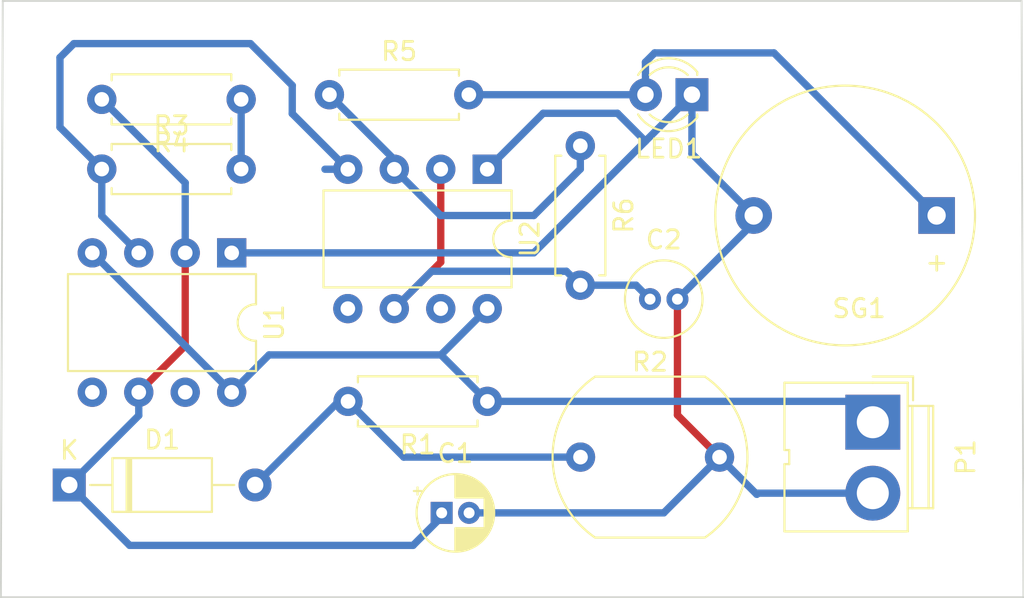
<source format=kicad_pcb>
(kicad_pcb (version 20211014) (generator pcbnew)
  (layers (0 "F.Cu" signal) (31 "B.Cu" signal) (34 "B.Paste" user) (35 "F.Paste" user) (36 "B.SilkS" user "B.Silkscreen") (37 "F.SilkS" user "F.Silkscreen") (38 "B.Mask" user) (39 "F.Mask" user) (44 "Edge.Cuts" user))
  (net 0 "")
  (net 1 "Net-(C1-Pad1)")
  (net 2 "GNDREF")
  (net 3 "Net-(C2-Pad1)")
  (net 4 "Net-(D1-Pad2)")
  (net 5 "Net-(LED1-Pad2)")
  (net 6 "+9V")
  (net 7 "Net-(R3-Pad1)")
  (net 8 "Net-(R3-Pad2)")
  (net 9 "Net-(R5-Pad1)")
  (footprint "Diode_THT:D_A-405_P10.16mm_Horizontal" (layer "F.Cu") (at 135.636 105.664)
    (fp_text reference "D1" (at 5.08 -2.47) (layer "F.SilkS"))
    (fp_text value "1N4007")
    (fp_text user "K" (at 0 -1.9) (layer "F.SilkS"))
    (fp_line (start 9.02 0) (end 7.8 0) (layer "F.SilkS") (width 0.12))
    (fp_line (start 7.8 -1.47) (end 2.36 -1.47) (layer "F.SilkS") (width 0.12))
    (fp_line (start 3.38 -1.47) (end 3.38 1.47) (layer "F.SilkS") (width 0.12))
    (fp_line (start 3.26 -1.47) (end 3.26 1.47) (layer "F.SilkS") (width 0.12))
    (fp_line (start 2.36 -1.47) (end 2.36 1.47) (layer "F.SilkS") (width 0.12))
    (fp_line (start 1.14 0) (end 2.36 0) (layer "F.SilkS") (width 0.12))
    (fp_line (start 2.36 1.47) (end 7.8 1.47) (layer "F.SilkS") (width 0.12))
    (fp_line (start 3.14 -1.47) (end 3.14 1.47) (layer "F.SilkS") (width 0.12))
    (fp_line (start 7.8 1.47) (end 7.8 -1.47) (layer "F.SilkS") (width 0.12))
    (pad "1" thru_hole rect locked (at 0 0) (size 1.8 1.8) (drill 0.9) (layers *.Cu *.Mask) (net 1 "Net-(C1-Pad1)"))
    (pad "2" thru_hole oval locked (at 10.16 0) (size 1.8 1.8) (drill 0.9) (layers *.Cu *.Mask) (net 4 "Net-(D1-Pad2)"))
  )
  (footprint "Resistor_THT:R_Axial_DIN0207_L6.3mm_D2.5mm_P7.62mm_Horizontal" (layer "F.Cu") (at 158.496 101.092 180)
    (fp_text reference "R1" (at 3.81 -2.37) (layer "F.SilkS"))
    (fp_text value "10K")
    (fp_line (start 0.54 1.04) (end 0.54 1.37) (layer "F.SilkS") (width 0.12))
    (fp_line (start 7.08 1.37) (end 7.08 1.04) (layer "F.SilkS") (width 0.12))
    (fp_line (start 0.54 -1.04) (end 0.54 -1.37) (layer "F.SilkS") (width 0.12))
    (fp_line (start 0.54 1.37) (end 7.08 1.37) (layer "F.SilkS") (width 0.12))
    (fp_line (start 7.08 -1.37) (end 7.08 -1.04) (layer "F.SilkS") (width 0.12))
    (fp_line (start 0.54 -1.37) (end 7.08 -1.37) (layer "F.SilkS") (width 0.12))
    (pad "1" thru_hole circle locked (at 0 0 180) (size 1.6 1.6) (drill 0.8) (layers *.Cu *.Mask) (net 6 "+9V"))
    (pad "2" thru_hole oval locked (at 7.62 0 180) (size 1.6 1.6) (drill 0.8) (layers *.Cu *.Mask) (net 4 "Net-(D1-Pad2)"))
  )
  (footprint "Package_DIP:DIP-8_W7.62mm" (layer "F.Cu") (at 158.486 88.402 -90)
    (fp_text reference "U2" (at 3.81 -2.33 90) (layer "F.SilkS"))
    (fp_text value "NE555P")
    (fp_line (start 6.46 8.95) (end 6.46 -1.33) (layer "F.SilkS") (width 0.12))
    (fp_line (start 1.16 -1.33) (end 1.16 8.95) (layer "F.SilkS") (width 0.12))
    (fp_line (start 6.46 -1.33) (end 4.81 -1.33) (layer "F.SilkS") (width 0.12))
    (fp_line (start 2.81 -1.33) (end 1.16 -1.33) (layer "F.SilkS") (width 0.12))
    (fp_line (start 1.16 8.95) (end 6.46 8.95) (layer "F.SilkS") (width 0.12))
    (fp_arc (start 4.81 -1.33) (mid 3.81 -0.33) (end 2.81 -1.33) (layer "F.SilkS") (width 0.12))
    (pad "1" thru_hole rect locked (at 0 0 270) (size 1.6 1.6) (drill 0.8) (layers *.Cu *.Mask) (net 2 "GNDREF"))
    (pad "2" thru_hole oval locked (at 0 2.54 270) (size 1.6 1.6) (drill 0.8) (layers *.Cu *.Mask) (net 3 "Net-(C2-Pad1)"))
    (pad "3" thru_hole oval locked (at 0 5.08 270) (size 1.6 1.6) (drill 0.8) (layers *.Cu *.Mask) (net 9 "Net-(R5-Pad1)"))
    (pad "4" thru_hole oval locked (at 0 7.62 270) (size 1.6 1.6) (drill 0.8) (layers *.Cu *.Mask) (net 7 "Net-(R3-Pad1)"))
    (pad "5" thru_hole oval locked (at 7.62 7.62 270) (size 1.6 1.6) (drill 0.8) (layers *.Cu *.Mask))
    (pad "6" thru_hole oval locked (at 7.62 5.08 270) (size 1.6 1.6) (drill 0.8) (layers *.Cu *.Mask) (net 3 "Net-(C2-Pad1)"))
    (pad "7" thru_hole oval locked (at 7.62 2.54 270) (size 1.6 1.6) (drill 0.8) (layers *.Cu *.Mask))
    (pad "8" thru_hole oval locked (at 7.62 0 270) (size 1.6 1.6) (drill 0.8) (layers *.Cu *.Mask) (net 6 "+9V"))
  )
  (footprint "Resistor_THT:R_Axial_DIN0207_L6.3mm_D2.5mm_P7.62mm_Horizontal" (layer "F.Cu") (at 145.034 84.582 180)
    (fp_text reference "R4" (at 3.81 -2.37) (layer "F.SilkS"))
    (fp_text value "470K")
    (fp_line (start 0.54 -1.37) (end 7.08 -1.37) (layer "F.SilkS") (width 0.12))
    (fp_line (start 7.08 -1.37) (end 7.08 -1.04) (layer "F.SilkS") (width 0.12))
    (fp_line (start 0.54 1.04) (end 0.54 1.37) (layer "F.SilkS") (width 0.12))
    (fp_line (start 0.54 1.37) (end 7.08 1.37) (layer "F.SilkS") (width 0.12))
    (fp_line (start 0.54 -1.04) (end 0.54 -1.37) (layer "F.SilkS") (width 0.12))
    (fp_line (start 7.08 1.37) (end 7.08 1.04) (layer "F.SilkS") (width 0.12))
    (pad "1" thru_hole circle locked (at 0 0 180) (size 1.6 1.6) (drill 0.8) (layers *.Cu *.Mask) (net 8 "Net-(R3-Pad2)"))
    (pad "2" thru_hole oval locked (at 7.62 0 180) (size 1.6 1.6) (drill 0.8) (layers *.Cu *.Mask) (net 1 "Net-(C1-Pad1)"))
  )
  (footprint "Resistor_THT:R_Axial_DIN0207_L6.3mm_D2.5mm_P7.62mm_Horizontal" (layer "F.Cu") (at 149.86 84.328)
    (fp_text reference "R5" (at 3.81 -2.37) (layer "F.SilkS"))
    (fp_text value "100")
    (fp_line (start 7.08 1.37) (end 7.08 1.04) (layer "F.SilkS") (width 0.12))
    (fp_line (start 7.08 -1.37) (end 7.08 -1.04) (layer "F.SilkS") (width 0.12))
    (fp_line (start 0.54 -1.37) (end 7.08 -1.37) (layer "F.SilkS") (width 0.12))
    (fp_line (start 0.54 -1.04) (end 0.54 -1.37) (layer "F.SilkS") (width 0.12))
    (fp_line (start 0.54 1.37) (end 7.08 1.37) (layer "F.SilkS") (width 0.12))
    (fp_line (start 0.54 1.04) (end 0.54 1.37) (layer "F.SilkS") (width 0.12))
    (pad "1" thru_hole circle locked (at 0 0) (size 1.6 1.6) (drill 0.8) (layers *.Cu *.Mask) (net 9 "Net-(R5-Pad1)"))
    (pad "2" thru_hole oval locked (at 7.62 0) (size 1.6 1.6) (drill 0.8) (layers *.Cu *.Mask) (net 5 "Net-(LED1-Pad2)"))
  )
  (footprint "Buzzer_Beeper:Buzzer_D14mm_H7mm_P10mm" (layer "F.Cu") (at 183.054 90.932 180)
    (fp_text reference "SG1" (at 4.238 -5.08) (layer "F.SilkS"))
    (fp_text value "Buzzer")
    (fp_text user "+" (at -0.01 -2.54) (layer "F.SilkS"))
    (fp_circle (center 5 0) (end 12.1 0) (layer "F.SilkS") (width 0.12) (fill none))
    (pad "1" thru_hole rect locked (at 0 0 180) (size 2 2) (drill 1) (layers *.Cu *.Mask) (net 5 "Net-(LED1-Pad2)"))
    (pad "2" thru_hole circle locked (at 10 0 180) (size 2 2) (drill 1) (layers *.Cu *.Mask) (net 2 "GNDREF"))
  )
  (footprint "Capacitor_THT:CP_Radial_D4.0mm_P1.50mm" (layer "F.Cu") (at 155.995401 107.188)
    (fp_text reference "C1" (at 0.75 -3.25) (layer "F.SilkS"))
    (fp_text value "47uf")
    (fp_line (start 2.511 -1.142) (end 2.511 1.142) (layer "F.SilkS") (width 0.12))
    (fp_line (start 2.271 -1.438) (end 2.271 -0.84) (layer "F.SilkS") (width 0.12))
    (fp_line (start 2.671 -0.859) (end 2.671 0.859) (layer "F.SilkS") (width 0.12))
    (fp_line (start 0.87 0.84) (end 0.87 2.077) (layer "F.SilkS") (width 0.12))
    (fp_line (start 0.91 0.84) (end 0.91 2.074) (layer "F.SilkS") (width 0.12))
    (fp_line (start 1.951 -1.708) (end 1.951 -0.84) (layer "F.SilkS") (width 0.12))
    (fp_line (start 1.471 0.84) (end 1.471 1.954) (layer "F.SilkS") (width 0.12))
    (fp_line (start 0.95 0.84) (end 0.95 2.071) (layer "F.SilkS") (width 0.12))
    (fp_line (start 0.87 -2.077) (end 0.87 -0.84) (layer "F.SilkS") (width 0.12))
    (fp_line (start 0.91 -2.074) (end 0.91 -0.84) (layer "F.SilkS") (width 0.12))
    (fp_line (start 1.07 -2.056) (end 1.07 -0.84) (layer "F.SilkS") (width 0.12))
    (fp_line (start 2.711 -0.768) (end 2.711 0.768) (layer "F.SilkS") (width 0.12))
    (fp_line (start 0.79 -2.08) (end 0.79 -0.84) (layer "F.SilkS") (width 0.12))
    (fp_line (start 0.99 -2.067) (end 0.99 -0.84) (layer "F.SilkS") (width 0.12))
    (fp_line (start 2.071 -1.619) (end 2.071 -0.84) (layer "F.SilkS") (width 0.12))
    (fp_line (start 0.75 0.84) (end 0.75 2.08) (layer "F.SilkS") (width 0.12))
    (fp_line (start 2.831 -0.37) (end 2.831 0.37) (layer "F.SilkS") (width 0.12))
    (fp_line (start 1.831 -1.785) (end 1.831 -0.84) (layer "F.SilkS") (width 0.12))
    (fp_line (start 2.311 0.84) (end 2.311 1.396) (layer "F.SilkS") (width 0.12))
    (fp_line (start 2.471 -1.2) (end 2.471 1.2) (layer "F.SilkS") (width 0.12))
    (fp_line (start 1.03 -2.062) (end 1.03 -0.84) (layer "F.SilkS") (width 0.12))
    (fp_line (start 1.471 -1.954) (end 1.471 -0.84) (layer "F.SilkS") (width 0.12))
    (fp_line (start 2.791 -0.537) (end 2.791 0.537) (layer "F.SilkS") (width 0.12))
    (fp_line (start 1.35 0.84) (end 1.35 1.994) (layer "F.SilkS") (width 0.12))
    (fp_line (start 2.151 -1.552) (end 2.151 -0.84) (layer "F.SilkS") (width 0.12))
    (fp_line (start 2.591 -1.013) (end 2.591 1.013) (layer "F.SilkS") (width 0.12))
    (fp_line (start 2.031 0.84) (end 2.031 1.65) (layer "F.SilkS") (width 0.12))
    (fp_line (start 1.11 0.84) (end 1.11 2.05) (layer "F.SilkS") (width 0.12))
    (fp_line (start 1.27 0.84) (end 1.27 2.016) (layer "F.SilkS") (width 0.12))
    (fp_line (start 1.15 0.84) (end 1.15 2.042) (layer "F.SilkS") (width 0.12))
    (fp_line (start 1.871 -1.76) (end 1.871 -0.84) (layer "F.SilkS") (width 0.12))
    (fp_line (start 1.27 -2.016) (end 1.27 -0.84) (layer "F.SilkS") (width 0.12))
    (fp_line (start 1.39 -1.982) (end 1.39 -0.84) (layer "F.SilkS") (width 0.12))
    (fp_line (start 1.35 -1.994) (end 1.35 -0.84) (layer "F.SilkS") (width 0.12))
    (fp_line (start 1.711 0.84) (end 1.711 1.851) (layer "F.SilkS") (width 0.12))
    (fp_line (start 1.19 -2.034) (end 1.19 -0.84) (layer "F.SilkS") (width 0.12))
    (fp_line (start 0.99 0.84) (end 0.99 2.067) (layer "F.SilkS") (width 0.12))
    (fp_line (start 1.23 -2.025) (end 1.23 -0.84) (layer "F.SilkS") (width 0.12))
    (fp_line (start 0.83 -2.079) (end 0.83 -0.84) (layer "F.SilkS") (width 0.12))
    (fp_line (start 1.551 -1.924) (end 1.551 -0.84) (layer "F.SilkS") (width 0.12))
    (fp_line (start 1.23 0.84) (end 1.23 2.025) (layer "F.SilkS") (width 0.12))
    (fp_line (start 1.991 0.84) (end 1.991 1.68) (layer "F.SilkS") (width 0.12))
    (fp_line (start 1.591 0.84) (end 1.591 1.907) (layer "F.SilkS") (width 0.12))
    (fp_line (start 2.351 -1.351) (end 2.351 1.351) (layer "F.SilkS") (width 0.12))
    (fp_line (start -1.319801 -1.395) (end -1.319801 -0.995) (layer "F.SilkS") (width 0.12))
    (fp_line (start 1.951 0.84) (end 1.951 1.708) (layer "F.SilkS") (width 0.12))
    (fp_line (start 1.511 -1.94) (end 1.511 -0.84) (layer "F.SilkS") (width 0.12))
    (fp_line (start 2.231 0.84) (end 2.231 1.478) (layer "F.SilkS") (width 0.12))
    (fp_line (start 1.11 -2.05) (end 1.11 -0.84) (layer "F.SilkS") (width 0.12))
    (fp_line (start -1.519801 -1.195) (end -1.119801 -1.195) (layer "F.SilkS") (width 0.12))
    (fp_line (start 2.551 -1.08) (end 2.551 1.08) (layer "F.SilkS") (width 0.12))
    (fp_line (start 2.631 -0.94) (end 2.631 0.94) (layer "F.SilkS") (width 0.12))
    (fp_line (start 1.31 -2.005) (end 1.31 -0.84) (layer "F.SilkS") (width 0.12))
    (fp_line (start 1.911 -1.735) (end 1.911 -0.84) (layer "F.SilkS") (width 0.12))
    (fp_line (start 1.43 -1.968) (end 1.43 -0.84) (layer "F.SilkS") (width 0.12))
    (fp_line (start 1.07 0.84) (end 1.07 2.056) (layer "F.SilkS") (width 0.12))
    (fp_line (start 1.39 0.84) (end 1.39 1.982) (layer "F.SilkS") (width 0.12))
    (fp_line (start 1.591 -1.907) (end 1.591 -0.84) (layer "F.SilkS") (width 0.12))
    (fp_line (start 1.03 0.84) (end 1.03 2.062) (layer "F.SilkS") (width 0.12))
    (fp_line (start 2.311 -1.396) (end 2.311 -0.84) (layer "F.SilkS") (width 0.12))
    (fp_line (start 2.271 0.84) (end 2.271 1.438) (layer "F.SilkS") (width 0.12))
    (fp_line (start 1.631 -1.889) (end 1.631 -0.84) (layer "F.SilkS") (width 0.12))
    (fp_line (start 1.991 -1.68) (end 1.991 -0.84) (layer "F.SilkS") (width 0.12))
    (fp_line (start 0.83 0.84) (end 0.83 2.079) (layer "F.SilkS") (width 0.12))
    (fp_line (start 1.43 0.84) (end 1.43 1.968) (layer "F.SilkS") (width 0.12))
    (fp_line (start 2.071 0.84) (end 2.071 1.619) (layer "F.SilkS") (width 0.12))
    (fp_line (start 2.191 -1.516) (end 2.191 -0.84) (layer "F.SilkS") (width 0.12))
    (fp_line (start 0.95 -2.071) (end 0.95 -0.84) (layer "F.SilkS") (width 0.12))
    (fp_line (start 1.911 0.84) (end 1.911 1.735) (layer "F.SilkS") (width 0.12))
    (fp_line (start 0.75 -2.08) (end 0.75 -0.84) (layer "F.SilkS") (width 0.12))
    (fp_line (start 1.791 -1.808) (end 1.791 -0.84) (layer "F.SilkS") (width 0.12))
    (fp_line (start 1.831 0.84) (end 1.831 1.785) (layer "F.SilkS") (width 0.12))
    (fp_line (start 1.551 0.84) (end 1.551 1.924) (layer "F.SilkS") (width 0.12))
    (fp_line (start 1.751 0.84) (end 1.751 1.83) (layer "F.SilkS") (width 0.12))
    (fp_line (start 1.15 -2.042) (end 1.15 -0.84) (layer "F.SilkS") (width 0.12))
    (fp_line (start 1.791 0.84) (end 1.791 1.808) (layer "F.SilkS") (width 0.12))
    (fp_line (start 1.671 -1.87) (end 1.671 -0.84) (layer "F.SilkS") (width 0.12))
    (fp_line (start 2.751 -0.664) (end 2.751 0.664) (layer "F.SilkS") (width 0.12))
    (fp_line (start 1.871 0.84) (end 1.871 1.76) (layer "F.SilkS") (width 0.12))
    (fp_line (start 0.79 0.84) (end 0.79 2.08) (layer "F.SilkS") (width 0.12))
    (fp_line (start 2.151 0.84) (end 2.151 1.552) (layer "F.SilkS") (width 0.12))
    (fp_line (start 1.711 -1.851) (end 1.711 -0.84) (layer "F.SilkS") (width 0.12))
    (fp_line (start 1.511 0.84) (end 1.511 1.94) (layer "F.SilkS") (width 0.12))
    (fp_line (start 1.631 0.84) (end 1.631 1.889) (layer "F.SilkS") (width 0.12))
    (fp_line (start 2.191 0.84) (end 2.191 1.516) (layer "F.SilkS") (width 0.12))
    (fp_line (start 2.391 -1.304) (end 2.391 1.304) (layer "F.SilkS") (width 0.12))
    (fp_line (start 2.031 -1.65) (end 2.031 -0.84) (layer "F.SilkS") (width 0.12))
    (fp_line (start 2.111 -1.587) (end 2.111 -0.84) (layer "F.SilkS") (width 0.12))
    (fp_line (start 1.19 0.84) (end 1.19 2.034) (layer "F.SilkS") (width 0.12))
    (fp_line (start 2.231 -1.478) (end 2.231 -0.84) (layer "F.SilkS") (width 0.12))
    (fp_line (start 1.751 -1.83) (end 1.751 -0.84) (layer "F.SilkS") (width 0.12))
    (fp_line (start 2.431 -1.254) (end 2.431 1.254) (layer "F.SilkS") (width 0.12))
    (fp_line (start 1.31 0.84) (end 1.31 2.005) (layer "F.SilkS") (width 0.12))
    (fp_line (start 2.111 0.84) (end 2.111 1.587) (layer "F.SilkS") (width 0.12))
    (fp_line (start 1.671 0.84) (end 1.671 1.87) (layer "F.SilkS") (width 0.12))
    (fp_circle (center 0.75 0) (end 2.87 0) (layer "F.SilkS") (width 0.12) (fill none))
    (pad "1" thru_hole rect locked (at 0 0) (size 1.2 1.2) (drill 0.6) (layers *.Cu *.Mask) (net 1 "Net-(C1-Pad1)"))
    (pad "2" thru_hole circle locked (at 1.5 0) (size 1.2 1.2) (drill 0.6) (layers *.Cu *.Mask) (net 2 "GNDREF"))
  )
  (footprint "Package_DIP:DIP-8_W7.62mm" (layer "F.Cu") (at 144.516 92.974 -90)
    (fp_text reference "U1" (at 3.81 -2.33 90) (layer "F.SilkS"))
    (fp_text value "NE555P")
    (fp_line (start 1.16 8.95) (end 6.46 8.95) (layer "F.SilkS") (width 0.12))
    (fp_line (start 6.46 -1.33) (end 4.81 -1.33) (layer "F.SilkS") (width 0.12))
    (fp_line (start 2.81 -1.33) (end 1.16 -1.33) (layer "F.SilkS") (width 0.12))
    (fp_line (start 6.46 8.95) (end 6.46 -1.33) (layer "F.SilkS") (width 0.12))
    (fp_line (start 1.16 -1.33) (end 1.16 8.95) (layer "F.SilkS") (width 0.12))
    (fp_arc (start 4.81 -1.33) (mid 3.81 -0.33) (end 2.81 -1.33) (layer "F.SilkS") (width 0.12))
    (pad "1" thru_hole rect locked (at 0 0 270) (size 1.6 1.6) (drill 0.8) (layers *.Cu *.Mask) (net 2 "GNDREF"))
    (pad "2" thru_hole oval locked (at 0 2.54 270) (size 1.6 1.6) (drill 0.8) (layers *.Cu *.Mask) (net 1 "Net-(C1-Pad1)"))
    (pad "3" thru_hole oval locked (at 0 5.08 270) (size 1.6 1.6) (drill 0.8) (layers *.Cu *.Mask) (net 7 "Net-(R3-Pad1)"))
    (pad "4" thru_hole oval locked (at 0 7.62 270) (size 1.6 1.6) (drill 0.8) (layers *.Cu *.Mask) (net 6 "+9V"))
    (pad "5" thru_hole oval locked (at 7.62 7.62 270) (size 1.6 1.6) (drill 0.8) (layers *.Cu *.Mask))
    (pad "6" thru_hole oval locked (at 7.62 5.08 270) (size 1.6 1.6) (drill 0.8) (layers *.Cu *.Mask) (net 1 "Net-(C1-Pad1)"))
    (pad "7" thru_hole oval locked (at 7.62 2.54 270) (size 1.6 1.6) (drill 0.8) (layers *.Cu *.Mask))
    (pad "8" thru_hole oval locked (at 7.62 0 270) (size 1.6 1.6) (drill 0.8) (layers *.Cu *.Mask) (net 6 "+9V"))
  )
  (footprint "Resistor_THT:R_Axial_DIN0207_L6.3mm_D2.5mm_P7.62mm_Horizontal" (layer "F.Cu") (at 137.414 88.392)
    (fp_text reference "R3" (at 3.81 -2.37) (layer "F.SilkS"))
    (fp_text value "100k")
    (fp_line (start 0.54 1.04) (end 0.54 1.37) (layer "F.SilkS") (width 0.12))
    (fp_line (start 7.08 -1.37) (end 7.08 -1.04) (layer "F.SilkS") (width 0.12))
    (fp_line (start 7.08 1.37) (end 7.08 1.04) (layer "F.SilkS") (width 0.12))
    (fp_line (start 0.54 -1.04) (end 0.54 -1.37) (layer "F.SilkS") (width 0.12))
    (fp_line (start 0.54 1.37) (end 7.08 1.37) (layer "F.SilkS") (width 0.12))
    (fp_line (start 0.54 -1.37) (end 7.08 -1.37) (layer "F.SilkS") (width 0.12))
    (pad "1" thru_hole circle locked (at 0 0) (size 1.6 1.6) (drill 0.8) (layers *.Cu *.Mask) (net 7 "Net-(R3-Pad1)"))
    (pad "2" thru_hole oval locked (at 7.62 0) (size 1.6 1.6) (drill 0.8) (layers *.Cu *.Mask) (net 8 "Net-(R3-Pad2)"))
  )
  (footprint "OptoDevice:R_LDR_10x8.5mm_P7.6mm_Vertical" (layer "F.Cu") (at 163.586 104.14)
    (fp_text reference "R2" (at 3.8 -5.2) (layer "F.SilkS"))
    (fp_text value "LDR03")
    (fp_line (start 0.8 4.4) (end 6.8 4.4) (layer "F.SilkS") (width 0.12))
    (fp_line (start 0.8 -4.4) (end 6.8 -4.4) (layer "F.SilkS") (width 0.12))
    (fp_arc (start 0.8 4.4) (mid -1.525374 0.019809) (end 0.76735 -4.37756) (layer "F.SilkS") (width 0.12))
    (fp_arc (start 6.8 -4.4) (mid 9.125374 -0.019809) (end 6.83265 4.37756) (layer "F.SilkS") (width 0.12))
    (pad "1" thru_hole circle locked (at 0 0) (size 1.6 1.6) (drill 0.8) (layers *.Cu *.Mask) (net 4 "Net-(D1-Pad2)"))
    (pad "2" thru_hole circle locked (at 7.6 0) (size 1.6 1.6) (drill 0.8) (layers *.Cu *.Mask) (net 2 "GNDREF"))
  )
  (footprint "Resistor_THT:R_Axial_DIN0207_L6.3mm_D2.5mm_P7.62mm_Horizontal" (layer "F.Cu") (at 163.576 87.122 -90)
    (fp_text reference "R6" (at 3.81 -2.37 90) (layer "F.SilkS"))
    (fp_text value "470k")
    (fp_line (start 0.54 -1.37) (end 7.08 -1.37) (layer "F.SilkS") (width 0.12))
    (fp_line (start 7.08 1.37) (end 7.08 1.04) (layer "F.SilkS") (width 0.12))
    (fp_line (start 0.54 1.04) (end 0.54 1.37) (layer "F.SilkS") (width 0.12))
    (fp_line (start 7.08 -1.37) (end 7.08 -1.04) (layer "F.SilkS") (width 0.12))
    (fp_line (start 0.54 1.37) (end 7.08 1.37) (layer "F.SilkS") (width 0.12))
    (fp_line (start 0.54 -1.04) (end 0.54 -1.37) (layer "F.SilkS") (width 0.12))
    (pad "1" thru_hole circle locked (at 0 0 270) (size 1.6 1.6) (drill 0.8) (layers *.Cu *.Mask) (net 9 "Net-(R5-Pad1)"))
    (pad "2" thru_hole oval locked (at 7.62 0 270) (size 1.6 1.6) (drill 0.8) (layers *.Cu *.Mask) (net 3 "Net-(C2-Pad1)"))
  )
  (footprint "Connector:JWT_A3963_1x02_P3.96mm_Vertical" (layer "F.Cu") (at 179.566 102.2325 -90)
    (fp_text reference "P1" (at 1.91 -5.08 90) (layer "F.SilkS"))
    (fp_text value "power in")
    (fp_line (start -1.2 -2.2) (end -2.5 -2.2) (layer "F.SilkS") (width 0.12))
    (fp_line (start -0.89 -3.3) (end 4.7 -3.3) (layer "F.SilkS") (width 0.12))
    (fp_line (start -2.5 -2.2) (end -2.5 0) (layer "F.SilkS") (width 0.12))
    (fp_line (start 4.7 -1.91) (end 4.7 -3.3) (layer "F.SilkS") (width 0.12))
    (fp_line (start -0.89 -2.16) (end 4.7 -2.16) (layer "F.SilkS") (width 0.12))
    (fp_line (start -0.89 -3.05) (end 4.7 -3.05) (layer "F.SilkS") (width 0.12))
    (fp_line (start -2.16 -1.91) (end 5.97 -1.91) (layer "F.SilkS") (width 0.12))
    (fp_line (start -2.16 -1.91) (end -2.16 0) (layer "F.SilkS") (width 0.12))
    (fp_line (start -0.89 -1.91) (end -0.89 -3.3) (layer "F.SilkS") (width 0.12))
    (fp_line (start 5.97 -1.91) (end 5.97 0) (layer "F.SilkS") (width 0.12))
    (fp_line (start 1.52 4.83) (end 1.52 4.57) (layer "F.SilkS") (width 0.12))
    (fp_line (start 1.52 4.57) (end 2.29 4.57) (layer "F.SilkS") (width 0.12))
    (fp_line (start 1.52 4.83) (end -2.16 4.83) (layer "F.SilkS") (width 0.12))
    (fp_line (start 2.29 4.57) (end 2.29 4.83) (layer "F.SilkS") (width 0.12))
    (fp_line (start 5.97 4.83) (end 5.97 0) (layer "F.SilkS") (width 0.12))
    (fp_line (start -2.16 0) (end -2.16 4.83) (layer "F.SilkS") (width 0.12))
    (fp_line (start 2.29 4.83) (end 5.97 4.83) (layer "F.SilkS") (width 0.12))
    (pad "1" thru_hole rect locked (at 0 0 270) (size 3 3) (drill 1.75) (layers *.Cu *.Mask) (net 6 "+9V"))
    (pad "2" thru_hole circle locked (at 3.88 0 270) (size 3 3) (drill 1.75) (layers *.Cu *.Mask) (net 2 "GNDREF"))
  )
  (footprint "LED_THT:LED_D3.0mm" (layer "F.Cu") (at 169.677 84.328 180)
    (fp_text reference "LED1" (at 1.27 -2.96) (layer "F.SilkS"))
    (fp_text value "RED")
    (fp_line (start -0.29 -1.236) (end -0.29 -1.08) (layer "F.SilkS") (width 0.12))
    (fp_line (start -0.29 1.08) (end -0.29 1.236) (layer "F.SilkS") (width 0.12))
    (fp_arc (start -0.29 -1.235516) (mid 1.366487 -1.987659) (end 2.942335 -1.078608) (layer "F.SilkS") (width 0.12))
    (fp_arc (start 2.942335 1.078608) (mid 1.366487 1.987659) (end -0.29 1.235516) (layer "F.SilkS") (width 0.12))
    (fp_arc (start 0.229039 -1.08) (mid 1.270117 -1.5) (end 2.31113 -1.079837) (layer "F.SilkS") (width 0.12))
    (fp_arc (start 2.31113 1.079837) (mid 1.270117 1.5) (end 0.229039 1.08) (layer "F.SilkS") (width 0.12))
    (pad "1" thru_hole rect locked (at 0 0 180) (size 1.8 1.8) (drill 0.9) (layers *.Cu *.Mask) (net 2 "GNDREF"))
    (pad "2" thru_hole circle locked (at 2.54 0 180) (size 1.8 1.8) (drill 0.9) (layers *.Cu *.Mask) (net 5 "Net-(LED1-Pad2)"))
  )
  (footprint "Capacitor_THT:C_Radial_D4.0mm_H5.0mm_P1.50mm" (layer "F.Cu") (at 167.386 95.504)
    (fp_text reference "C2" (at 0.75 -3.25) (layer "F.SilkS"))
    (fp_text value "0.10uf")
    (fp_circle (center 0.75 0) (end 2.87 0) (layer "F.SilkS") (width 0.12) (fill none))
    (pad "1" thru_hole circle locked (at 0 0) (size 1.2 1.2) (drill 0.6) (layers *.Cu *.Mask) (net 3 "Net-(C2-Pad1)"))
    (pad "2" thru_hole circle locked (at 1.5 0) (size 1.2 1.2) (drill 0.6) (layers *.Cu *.Mask) (net 2 "GNDREF"))
  )
  (gr_line (start 187.8 111.8) (end 131.9 111.8) (layer "Edge.Cuts") (width 0.1))
  (gr_line (start 132 79.2) (end 131.9 111.8) (layer "Edge.Cuts") (width 0.1))
  (gr_line (start 132.1 79.2) (end 187.7 79.2) (layer "Edge.Cuts") (width 0.1))
  (gr_line (start 132 79.2) (end 132.1 79.2) (layer "Edge.Cuts") (width 0.1))
  (gr_line (start 187.7 79.2) (end 187.8 111.8) (layer "Edge.Cuts") (width 0.1))
  (segment (start 141.976 98.054) (end 139.436 100.594) (width 0.4) (layer "F.Cu") (net 1))
  (segment (start 141.976 92.974) (end 141.976 98.054) (width 0.4) (layer "F.Cu") (net 1))
  (segment (start 135.636 105.664) (end 139.436 101.864) (width 0.4) (layer "B.Cu") (net 1))
  (segment (start 135.636 105.664) (end 138.938 108.966) (width 0.4) (layer "B.Cu") (net 1))
  (segment (start 141.976 89.144) (end 141.976 92.974) (width 0.4) (layer "B.Cu") (net 1))
  (segment (start 155.995401 107.402599) (end 155.995401 107.188) (width 0.4) (layer "B.Cu") (net 1))
  (segment (start 137.414 84.582) (end 141.976 89.144) (width 0.4) (layer "B.Cu") (net 1))
  (segment (start 138.938 108.966) (end 154.432 108.966) (width 0.4) (layer "B.Cu") (net 1))
  (segment (start 139.436 101.864) (end 139.436 100.594) (width 0.4) (layer "B.Cu") (net 1))
  (segment (start 154.432 108.966) (end 155.995401 107.402599) (width 0.4) (layer "B.Cu") (net 1))
  (segment (start 168.886 95.504) (end 168.886 101.84) (width 0.4) (layer "F.Cu") (net 2))
  (segment (start 168.886 101.84) (end 171.186 104.14) (width 0.4) (layer "F.Cu") (net 2))
  (segment (start 168.138 107.188) (end 171.186 104.14) (width 0.4) (layer "B.Cu") (net 2))
  (segment (start 173.054 91.336) (end 173.054 90.932) (width 0.4) (layer "B.Cu") (net 2))
  (segment (start 173.218 106.172) (end 173.228 106.172) (width 0.4) (layer "B.Cu") (net 2))
  (segment (start 169.677 87.555) (end 173.054 90.932) (width 0.4) (layer "B.Cu") (net 2))
  (segment (start 169.677 84.328) (end 169.677 87.555) (width 0.4) (layer "B.Cu") (net 2))
  (segment (start 158.486 88.402) (end 161.544 85.344) (width 0.4) (layer "B.Cu") (net 2))
  (segment (start 157.495401 107.188) (end 168.138 107.188) (width 0.4) (layer "B.Cu") (net 2))
  (segment (start 165.608 85.344) (end 167.1345 86.8705) (width 0.4) (layer "B.Cu") (net 2))
  (segment (start 161.031 92.974) (end 167.1345 86.8705) (width 0.4) (layer "B.Cu") (net 2))
  (segment (start 168.886 95.504) (end 173.054 91.336) (width 0.4) (layer "B.Cu") (net 2))
  (segment (start 161.544 85.344) (end 165.608 85.344) (width 0.4) (layer "B.Cu") (net 2))
  (segment (start 144.516 92.974) (end 161.031 92.974) (width 0.4) (layer "B.Cu") (net 2))
  (segment (start 171.186 104.14) (end 173.218 106.172) (width 0.4) (layer "B.Cu") (net 2))
  (segment (start 167.1345 86.8705) (end 169.677 84.328) (width 0.4) (layer "B.Cu") (net 2))
  (segment (start 173.228 106.172) (end 173.2875 106.1125) (width 0.4) (layer "B.Cu") (net 2))
  (segment (start 173.2875 106.1125) (end 179.566 106.1125) (width 0.4) (layer "B.Cu") (net 2))
  (segment (start 155.946 88.402) (end 155.946 93.482) (width 0.4) (layer "F.Cu") (net 3))
  (segment (start 155.946 93.482) (end 153.406 96.022) (width 0.4) (layer "F.Cu") (net 3))
  (segment (start 162.814 93.98) (end 163.576 94.742) (width 0.4) (layer "B.Cu") (net 3))
  (segment (start 166.624 94.742) (end 167.386 95.504) (width 0.4) (layer "B.Cu") (net 3))
  (segment (start 155.448 93.98) (end 162.814 93.98) (width 0.4) (layer "B.Cu") (net 3))
  (segment (start 163.576 94.742) (end 166.624 94.742) (width 0.4) (layer "B.Cu") (net 3))
  (segment (start 153.406 96.022) (end 155.448 93.98) (width 0.4) (layer "B.Cu") (net 3))
  (segment (start 153.924 104.14) (end 163.586 104.14) (width 0.4) (layer "B.Cu") (net 4))
  (segment (start 150.368 101.092) (end 150.876 101.092) (width 0.4) (layer "B.Cu") (net 4))
  (segment (start 150.876 101.092) (end 153.924 104.14) (width 0.4) (layer "B.Cu") (net 4))
  (segment (start 145.796 105.664) (end 150.368 101.092) (width 0.4) (layer "B.Cu") (net 4))
  (segment (start 167.137 84.328) (end 167.137 82.545) (width 0.4) (layer "B.Cu") (net 5))
  (segment (start 174.164 82.042) (end 183.054 90.932) (width 0.4) (layer "B.Cu") (net 5))
  (segment (start 167.137 82.545) (end 167.64 82.042) (width 0.4) (layer "B.Cu") (net 5))
  (segment (start 167.64 82.042) (end 174.164 82.042) (width 0.4) (layer "B.Cu") (net 5))
  (segment (start 157.48 84.328) (end 167.137 84.328) (width 0.4) (layer "B.Cu") (net 5))
  (segment (start 158.496 101.092) (end 178.4255 101.092) (width 0.4) (layer "B.Cu") (net 6))
  (segment (start 136.896 92.974) (end 144.516 100.594) (width 0.4) (layer "B.Cu") (net 6))
  (segment (start 155.956 98.552) (end 158.486 96.022) (width 0.4) (layer "B.Cu") (net 6))
  (segment (start 155.956 98.552) (end 158.496 101.092) (width 0.4) (layer "B.Cu") (net 6))
  (segment (start 146.558 98.552) (end 155.956 98.552) (width 0.4) (layer "B.Cu") (net 6))
  (segment (start 144.516 100.594) (end 146.558 98.552) (width 0.4) (layer "B.Cu") (net 6))
  (segment (start 178.4255 101.092) (end 179.566 102.2325) (width 0.4) (layer "B.Cu") (net 6))
  (segment (start 145.542 81.534) (end 147.828 83.82) (width 0.4) (layer "B.Cu") (net 7))
  (segment (start 147.828 85.364) (end 150.866 88.402) (width 0.4) (layer "B.Cu") (net 7))
  (segment (start 137.414 88.392) (end 135.128 86.106) (width 0.4) (layer "B.Cu") (net 7))
  (segment (start 135.128 82.296) (end 135.89 81.534) (width 0.4) (layer "B.Cu") (net 7))
  (segment (start 137.414 90.952) (end 139.436 92.974) (width 0.4) (layer "B.Cu") (net 7))
  (segment (start 147.828 83.82) (end 147.828 85.364) (width 0.4) (layer "B.Cu") (net 7))
  (segment (start 135.89 81.534) (end 145.542 81.534) (width 0.4) (layer "B.Cu") (net 7))
  (segment (start 137.414 88.392) (end 137.414 90.952) (width 0.4) (layer "B.Cu") (net 7))
  (segment (start 135.128 86.106) (end 135.128 82.296) (width 0.4) (layer "B.Cu") (net 7))
  (segment (start 149.616 88.402) (end 150.866 88.402) (width 0.4) (layer "B.Cu") (net 7))
  (segment (start 145.034 84.582) (end 145.034 88.392) (width 0.4) (layer "B.Cu") (net 8))
  (segment (start 153.406 88.402) (end 155.936 90.932) (width 0.4) (layer "B.Cu") (net 9))
  (segment (start 161.036 90.932) (end 163.576 88.392) (width 0.4) (layer "B.Cu") (net 9))
  (segment (start 149.86 84.328) (end 153.406 87.874) (width 0.4) (layer "B.Cu") (net 9))
  (segment (start 155.936 90.932) (end 161.036 90.932) (width 0.4) (layer "B.Cu") (net 9))
  (segment (start 163.576 88.392) (end 163.576 87.122) (width 0.4) (layer "B.Cu") (net 9))
  (segment (start 153.406 87.874) (end 153.406 88.402) (width 0.4) (layer "B.Cu") (net 9))
)
</source>
